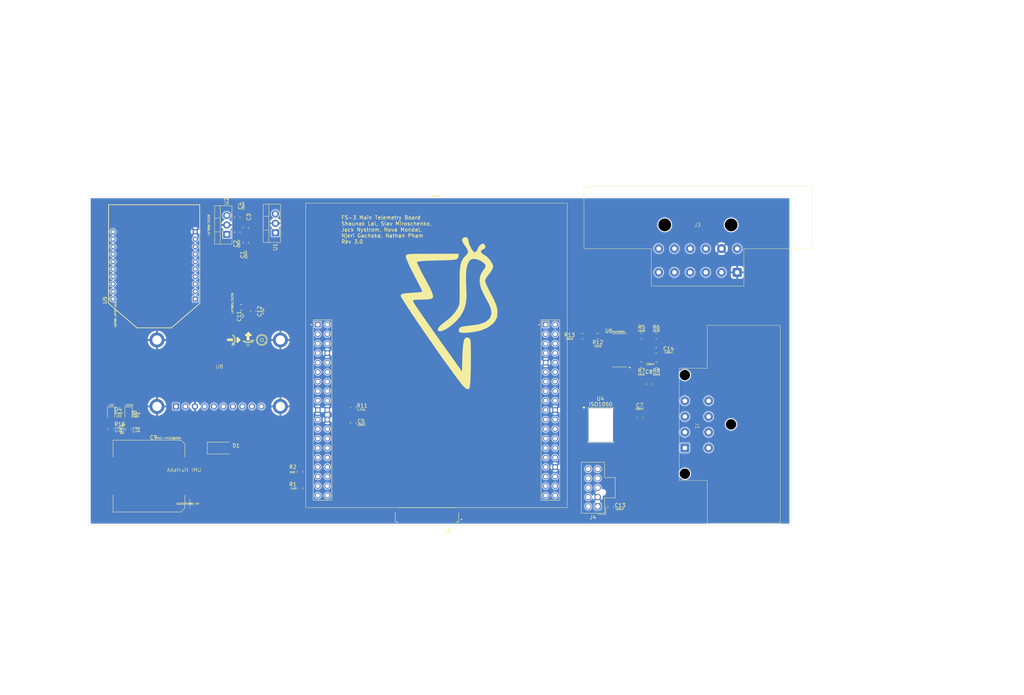
<source format=kicad_pcb>
(kicad_pcb (version 20241229) (generator "pcbnew") (generator_version "9.0")
  (title_block (title "Telemetry Board") (date "2025-02-20") (rev "2.2"))
  (layers (0 "F.Cu" signal) (2 "B.Cu" signal) (13 "F.Paste" user) (15 "B.Paste" user) (5 "F.SilkS" user "F.Silkscreen") (7 "B.SilkS" user "B.Silkscreen") (1 "F.Mask" user) (3 "B.Mask" user) (25 "Edge.Cuts" user))
  (net 0 "")
  (net 1 "GND")
  (net 2 "+12V")
  (net 3 "+5V")
  (net 4 "+9V")
  (net 5 "+3V3")
  (net 6 "Acc Intake Flow Rate")
  (net 7 "Brake Sensor F")
  (net 8 "Brake Sensor B")
  (net 9 "CAN1_H")
  (net 10 "Acc Intake Temp")
  (net 11 "CAN1_L")
  (net 12 "Acc Intake Pressure")
  (net 13 "Steering Sensor")
  (net 14 "Acc Exhaust Temp")
  (net 15 "Brake Sensor F 3V3")
  (net 16 "Brake Sensor R 3V3")
  (net 17 "SD Card Detect T{slash}F")
  (net 18 "CAN1_TX")
  (net 19 "CAN1_RX")
  (net 22 "Net-(U6B--)")
  (net 23 "Net-(U6A--)")
  (net 24 "Steering Sensor 3V3")
  (net 28 "+3.3V")
  (net 35 "IMU GINT")
  (net 36 "IMU LINT1")
  (net 41 "IMU LINT2")
  (net 42 "+12VIN")
  (net 46 "Net-(U3A-PC2)")
  (net 47 "IMU LRDY")
  (net 61 "IMU GRDY")
  (net 67 "SD MOSI2")
  (net 68 "SD CS2")
  (net 69 "SD SCK2")
  (net 70 "SD MISO2")
  (net 71 "INT")
  (net 72 "Dash SCK3")
  (net 73 "Radio SCK1")
  (net 74 "Dash CS3")
  (net 75 "Dash MISO3")
  (net 76 "Radio MISO1")
  (net 77 "Radio ATTN")
  (net 78 "PD")
  (net 79 "Radio CS1")
  (net 83 "Radio Reset")
  (net 84 "Dash MOSI3")
  (net 86 "Radio MOSI1")
  (net 98 "IMU SCL")
  (net 99 "IMU SDA")
  (net 107 "Net-(D3-A)")
  (net 108 "Net-(D4-A)")
  (net 109 "Net-(U6C--)")
  (footprint "LED_SMD:LED_0805_2012Metric_Pad1.15x1.40mm_HandSolder" (layer "F.Cu") (at 40.4552 122.9976 -90)
    (property "Reference" "D4" (at -1.2192 -1.9304 0) (layer "F.SilkS"))
    (property "Value" "QBLP631-R3A")
    (pad "1" smd roundrect (at -1.025 0 270) (size 1.15 1.4) (layers "F.Cu" "F.Mask" "F.Paste") (roundrect_rratio 0.217391) (net 1 "GND"))
    (pad "2" smd roundrect (at 1.025 0 270) (size 1.15 1.4) (layers "F.Cu" "F.Mask" "F.Paste") (roundrect_rratio 0.217391) (net 108 "Net-(D4-A)"))
  )
  (footprint "FS_3_Global_Footprint_Library:Adafruit_E336755_10DoF_IMU" (layer "F.Cu") (at 69.5 111)
    (property "Reference" "U8" (at -0.0444 -0.662 0) (layer "F.SilkS") (effects (font (thickness 0.1))))
    (property "Value" "~")
    (pad "1" thru_hole rect (at -11.668 10 90) (size 1.6764 1.6764) (drill 1) (layers "*.Cu" "*.Mask") (net 3 "+5V"))
    (pad "2" thru_hole circle (at -9.128 10 90) (size 1.6764 1.6764) (drill 1) (layers "*.Cu" "*.Mask"))
    (pad "3" thru_hole circle (at -6.588 10 90) (size 1.6764 1.6764) (drill 1) (layers "*.Cu" "*.Mask") (net 1 "GND"))
    (pad "4" thru_hole circle (at -4.048 10 90) (size 1.6764 1.6764) (drill 1) (layers "*.Cu" "*.Mask") (net 98 "IMU SCL"))
    (pad "5" thru_hole circle (at -1.508 10 90) (size 1.6764 1.6764) (drill 1) (layers "*.Cu" "*.Mask") (net 99 "IMU SDA"))
    (pad "6" thru_hole circle (at 1.032 10 90) (size 1.6764 1.6764) (drill 1) (layers "*.Cu" "*.Mask") (net 35 "IMU GINT"))
    (pad "7" thru_hole circle (at 3.572 10 90) (size 1.6764 1.6764) (drill 1) (layers "*.Cu" "*.Mask") (net 61 "IMU GRDY"))
    (pad "8" thru_hole circle (at 6.112 10 90) (size 1.6764 1.6764) (drill 1) (layers "*.Cu" "*.Mask") (net 36 "IMU LINT1"))
    (pad "9" thru_hole circle (at 8.652 10 90) (size 1.6764 1.6764) (drill 1) (layers "*.Cu" "*.Mask") (net 41 "IMU LINT2"))
    (pad "10" thru_hole circle (at 11.192 10 90) (size 1.6764 1.6764) (drill 1) (layers "*.Cu" "*.Mask") (net 47 "IMU LRDY"))
    (pad "GND" thru_hole circle (at -16.748 -7.78) (size 4 4) (drill 2.5) (layers "*.Cu" "*.Mask") (net 1 "GND"))
    (pad "GND" thru_hole circle (at -16.748 10) (size 4 4) (drill 2.5) (layers "*.Cu" "*.Mask") (net 1 "GND"))
    (pad "GND" thru_hole circle (at 16.272 -7.78) (size 4 4) (drill 2.5) (layers "*.Cu" "*.Mask") (net 1 "GND"))
    (pad "GND" thru_hole circle (at 16.272 10) (size 4 4) (drill 2.5) (layers "*.Cu" "*.Mask") (net 1 "GND"))
  )
  (footprint "Resistor_SMD:R_0805_2012Metric_Pad1.20x1.40mm_HandSolder" (layer "F.Cu") (at 170.6438 102.19 180)
    (property "Reference" "R12" (at -0.0508 -1.65 0) (layer "F.SilkS"))
    (property "Value" "10k")
    (pad "1" smd roundrect (at -1 0 180) (size 1.2 1.4) (layers "F.Cu" "F.Mask" "F.Paste") (roundrect_rratio 0.208333) (net 109 "Net-(U6C--)"))
    (pad "2" smd roundrect (at 1 0 180) (size 1.2 1.4) (layers "F.Cu" "F.Mask" "F.Paste") (roundrect_rratio 0.208333) (net 24 "Steering Sensor 3V3"))
  )
  (footprint "Resistor_SMD:R_0805_2012Metric_Pad1.20x1.40mm_HandSolder" (layer "F.Cu") (at 40.4044 127.0108 90)
    (property "Reference" "R15" (at 1.27 2.3876 180) (layer "F.SilkS"))
    (property "Value" "470R 1/4W")
    (pad "1" smd roundrect (at -1 0 90) (size 1.2 1.4) (layers "F.Cu" "F.Mask" "F.Paste") (roundrect_rratio 0.208333) (net 2 "+12V"))
    (pad "2" smd roundrect (at 1 0 90) (size 1.2 1.4) (layers "F.Cu" "F.Mask" "F.Paste") (roundrect_rratio 0.208333) (net 108 "Net-(D4-A)"))
  )
  (footprint "Resistor_SMD:R_0805_2012Metric_Pad1.20x1.40mm_HandSolder" (layer "F.Cu") (at 45.1288 127.0616 90)
    (property "Reference" "R14" (at 0 -1.65 90) (layer "F.SilkS"))
    (property "Value" "470R 1/4W")
    (pad "1" smd roundrect (at -1 0 90) (size 1.2 1.4) (layers "F.Cu" "F.Mask" "F.Paste") (roundrect_rratio 0.208333) (net 42 "+12VIN"))
    (pad "2" smd roundrect (at 1 0 90) (size 1.2 1.4) (layers "F.Cu" "F.Mask" "F.Paste") (roundrect_rratio 0.208333) (net 107 "Net-(D3-A)"))
  )
  (footprint "Resistor_SMD:R_0805_2012Metric_Pad1.20x1.40mm_HandSolder" (layer "F.Cu") (at 186.3918 109.81 180)
    (property "Reference" "R8" (at 0 -1.5748 0) (layer "F.SilkS"))
    (property "Value" "20k")
    (pad "1" smd roundrect (at -1 0 180) (size 1.2 1.4) (layers "F.Cu" "F.Mask" "F.Paste") (roundrect_rratio 0.208333) (net 1 "GND"))
    (pad "2" smd roundrect (at 1 0 180) (size 1.2 1.4) (layers "F.Cu" "F.Mask" "F.Paste") (roundrect_rratio 0.208333) (net 15 "Brake Sensor F 3V3"))
  )
  (footprint "Resistor_SMD:R_0805_2012Metric_Pad1.20x1.40mm_HandSolder" (layer "F.Cu") (at 186.341 102.19 180)
    (property "Reference" "R6" (at 0 2.3876 0) (layer "F.SilkS"))
    (property "Value" "20k")
    (pad "1" smd roundrect (at -1 0 180) (size 1.2 1.4) (layers "F.Cu" "F.Mask" "F.Paste") (roundrect_rratio 0.208333) (net 1 "GND"))
    (pad "2" smd roundrect (at 1 0 180) (size 1.2 1.4) (layers "F.Cu" "F.Mask" "F.Paste") (roundrect_rratio 0.208333) (net 16 "Brake Sensor R 3V3"))
  )
  (footprint "Capacitor_SMD:C_0805_2012Metric_Pad1.18x1.45mm_HandSolder" (layer "F.Cu") (at 182 124 -90)
    (property "Reference" "C7" (hide yes))
    (property "Value" "100nf")
    (pad "1" smd roundrect (at -1.0375 0 270) (size 1.175 1.45) (layers "F.Cu" "F.Mask" "F.Paste") (roundrect_rratio 0.212766) (net 1 "GND"))
    (pad "2" smd roundrect (at 1.0375 0 270) (size 1.175 1.45) (layers "F.Cu" "F.Mask" "F.Paste") (roundrect_rratio 0.212766) (net 3 "+5V"))
  )
  (footprint "Resistor_SMD:R_0805_2012Metric_Pad1.20x1.40mm_HandSolder" (layer "F.Cu") (at 166.5798 102.19)
    (property "Reference" "R13" (at -3.4544 -0.3048 0) (layer "F.SilkS"))
    (property "Value" "20k")
    (pad "1" smd roundrect (at -1 0) (size 1.2 1.4) (layers "F.Cu" "F.Mask" "F.Paste") (roundrect_rratio 0.208333) (net 1 "GND"))
    (pad "2" smd roundrect (at 1 0) (size 1.2 1.4) (layers "F.Cu" "F.Mask" "F.Paste") (roundrect_rratio 0.208333) (net 24 "Steering Sensor 3V3"))
  )
  (footprint "FS_3_Global_Footprint_Library:XBP9B-DPST-001" (layer "F.Cu") (at 52 83.5 180)
    (property "Reference" "U5" (at 13.1572 -9.0932 90) (layer "F.SilkS") (effects (font (size 1.003055 1.003055))))
    (property "Value" "XBP9B-DPST-001")
    (pad "1" thru_hole rect (at -11 -8.75 180) (size 1.4 1.4) (drill 0.8) (layers "*.Cu" "*.Mask") (net 5 "+3V3"))
    (pad "2" thru_hole circle (at -11 -6.75 180) (size 1.4 1.4) (drill 0.8) (layers "*.Cu" "*.Mask"))
    (pad "3" thru_hole circle (at -11 -4.75 180) (size 1.4 1.4) (drill 0.8) (layers "*.Cu" "*.Mask"))
    (pad "4" thru_hole circle (at -11 -2.75 180) (size 1.4 1.4) (drill 0.8) (layers "*.Cu" "*.Mask") (net 76 "Radio MISO1"))
    (pad "5" thru_hole circle (at -11 -0.75 180) (size 1.4 1.4) (drill 0.8) (layers "*.Cu" "*.Mask") (net 83 "Radio Reset"))
    (pad "6" thru_hole circle (at -11 1.25 180) (size 1.4 1.4) (drill 0.8) (layers "*.Cu" "*.Mask"))
    (pad "7" thru_hole circle (at -11 3.25 180) (size 1.4 1.4) (drill 0.8) (layers "*.Cu" "*.Mask"))
    (pad "8" thru_hole circle (at -11 5.25 180) (size 1.4 1.4) (drill 0.8) (layers "*.Cu" "*.Mask"))
    (pad "9" thru_hole circle (at -11 7.25 180) (size 1.4 1.4) (drill 0.8) (layers "*.Cu" "*.Mask"))
    (pad "10" thru_hole circle (at -11 9.25 180) (size 1.4 1.4) (drill 0.8) (layers "*.Cu" "*.Mask") (net 1 "GND"))
    (pad "11" thru_hole circle (at 11 9.25 180) (size 1.4 1.4) (drill 0.8) (layers "*.Cu" "*.Mask") (net 86 "Radio MOSI1"))
    (pad "12" thru_hole circle (at 11 7.25 180) (size 1.4 1.4) (drill 0.8) (layers "*.Cu" "*.Mask"))
    (pad "13" thru_hole circle (at 11 5.25 180) (size 1.4 1.4) (drill 0.8) (layers "*.Cu" "*.Mask"))
    (pad "14" thru_hole circle (at 11 3.25 180) (size 1.4 1.4) (drill 0.8) (layers "*.Cu" "*.Mask"))
    (pad "15" thru_hole circle (at 11 1.25 180) (size 1.4 1.4) (drill 0.8) (layers "*.Cu" "*.Mask"))
    (pad "16" thru_hole circle (at 11 -0.75 180) (size 1.4 1.4) (drill 0.8) (layers "*.Cu" "*.Mask"))
    (pad "17" thru_hole circle (at 11 -2.75 180) (size 1.4 1.4) (drill 0.8) (layers "*.Cu" "*.Mask") (net 79 "Radio CS1"))
    (pad "18" thru_hole circle (at 11 -4.75 180) (size 1.4 1.4) (drill 0.8) (layers "*.Cu" "*.Mask") (net 73 "Radio SCK1"))
    (pad "19" thru_hole circle (at 11 -6.75 180) (size 1.4 1.4) (drill 0.8) (layers "*.Cu" "*.Mask") (net 77 "Radio ATTN"))
    (pad "20" thru_hole circle (at 11 -8.75 180) (size 1.4 1.4) (drill 0.8) (layers "*.Cu" "*.Mask"))
  )
  (footprint "Capacitor_SMD:C_0805_2012Metric_Pad1.18x1.45mm_HandSolder" (layer "F.Cu") (at 74.2328 70.3935 -90)
    (property "Reference" "C4" (at -3.0275 -0.7904 90) (layer "F.SilkS"))
    (property "Value" "100nf")
    (pad "1" smd roundrect (at -1.0375 0 270) (size 1.175 1.45) (layers "F.Cu" "F.Mask" "F.Paste") (roundrect_rratio 0.212766) (net 4 "+9V"))
    (pad "2" smd roundrect (at 1.0375 0 270) (size 1.175 1.45) (layers "F.Cu" "F.Mask" "F.Paste") (roundrect_rratio 0.212766) (net 1 "GND"))
  )
  (footprint "Capacitor_SMD:C_0805_2012Metric_Pad1.18x1.45mm_HandSolder" (layer "F.Cu") (at 78.5 95.5375 -90)
    (property "Reference" "C12" (at 0 -1.68 90) (layer "F.SilkS"))
    (property "Value" "47 pF")
    (pad "1" smd roundrect (at -1.0375 0 270) (size 1.175 1.45) (layers "F.Cu" "F.Mask" "F.Paste") (roundrect_rratio 0.212766) (net 5 "+3V3"))
    (pad "2" smd roundrect (at 1.0375 0 270) (size 1.175 1.45) (layers "F.Cu" "F.Mask" "F.Paste") (roundrect_rratio 0.212766) (net 1 "GND"))
  )
  (footprint "Capacitor_SMD:C_0805_2012Metric_Pad1.18x1.45mm_HandSolder" (layer "F.Cu") (at 75.2996 94.5215 180)
    (property "Reference" "C11" (at 0.5588 -2.3368 90) (layer "F.SilkS"))
    (property "Value" "1.0 uF")
    (pad "1" smd roundrect (at -1.0375 0 180) (size 1.175 1.45) (layers "F.Cu" "F.Mask" "F.Paste") (roundrect_rratio 0.212766) (net 5 "+3V3"))
    (pad "2" smd roundrect (at 1.0375 0 180) (size 1.175 1.45) (layers "F.Cu" "F.Mask" "F.Paste") (roundrect_rratio 0.212766) (net 1 "GND"))
  )
  (footprint "FS_3_Global_Footprint_Library:ATM13-12PA-BM03" (layer "F.Cu") (at 177 68.775)
    (property "Reference" "J3" (at 20.395 3.67 0) (layer "F.SilkS") (effects (font (thickness 0.1))))
    (property "Value" "12 pin ATM connector" (hide yes))
    (pad "" np_thru_hole circle (at 11.61 3.65) (size 3.43 3.43) (drill 3.43) (layers "*.Mask"))
    (pad "" np_thru_hole circle (at 29.39 3.65) (size 3.43 3.43) (drill 3.43) (layers "*.Mask"))
    (pad "1" thru_hole roundrect (at 31 16.35) (size 2.4 2.4) (drill 1.2) (layers "*.Cu" "*.Mask") (roundrect_rratio 0.1041666667) (net 1 "GND"))
    (pad "2" thru_hole circle (at 26.8 16.35) (size 2.4 2.4) (drill 1.2) (layers "*.Cu" "*.Mask") (net 42 "+12VIN"))
    (pad "3" thru_hole circle (at 22.6 16.35) (size 2.4 2.4) (drill 1.2) (layers "*.Cu" "*.Mask") (net 5 "+3V3"))
    (pad "4" thru_hole circle (at 18.4 16.35) (size 2.4 2.4) (drill 1.2) (layers "*.Cu" "*.Mask") (net 13 "Steering Sensor"))
    (pad "5" thru_hole circle (at 14.2 16.35) (size 2.4 2.4) (drill 1.2) (layers "*.Cu" "*.Mask") (net 7 "Brake Sensor F"))
    (pad "6" thru_hole circle (at 10 16.35) (size 2.4 2.4) (drill 1.2) (layers "*.Cu" "*.Mask") (net 8 "Brake Sensor B"))
    (pad "7" thru_hole circle (at 10 10) (size 2.4 2.4) (drill 1.2) (layers "*.Cu" "*.Mask") (net 10 "Acc Intake Temp"))
    (pad "8" thru_hole circle (at 14.2 10) (size 2.4 2.4) (drill 1.2) (layers "*.Cu" "*.Mask") (net 14 "Acc Exhaust Temp"))
    (pad "9" thru_hole circle (at 18.4 10) (size 2.4 2.4) (drill 1.2) (layers "*.Cu" "*.Mask") (net 12 "Acc Intake Pressure"))
    (pad "10" thru_hole circle (at 22.6 10) (size 2.4 2.4) (drill 1.2) (layers "*.Cu" "*.Mask") (net 6 "Acc Intake Flow Rate"))
    (pad "11" thru_hole circle (at 26.8 10) (size 2.4 2.4) (drill 1.2) (layers "*.Cu" "*.Mask") (net 1 "GND"))
    (pad "12" thru_hole circle (at 31 10) (size 2.4 2.4) (drill 1.2) (layers "*.Cu" "*.Mask"))
  )
  (footprint "Package_SO:SOIC-14_3.9x8.7mm_P1.27mm" (layer "F.Cu") (at 176.5 106 180)
    (property "Reference" "U6" (at 2.859 5.2324 0) (layer "F.SilkS"))
    (property "Value" "MCP6004" (hide yes))
    (pad "1" smd roundrect (at -2.475 -3.81 180) (size 1.95 0.6) (layers "F.Cu" "F.Mask" "F.Paste") (net 23 "Net-(U6A--)"))
    (pad "2" smd roundrect (at -2.475 -2.54 180) (size 1.95 0.6) (layers "F.Cu" "F.Mask" "F.Paste") (net 23 "Net-(U6A--)"))
    (pad "3" smd roundrect (at -2.475 -1.27 180) (size 1.95 0.6) (layers "F.Cu" "F.Mask" "F.Paste") (net 7 "Brake Sensor F"))
    (pad "4" smd roundrect (at -2.475 0 180) (size 1.95 0.6) (layers "F.Cu" "F.Mask" "F.Paste") (net 3 "+5V"))
    (pad "5" smd roundrect (at -2.475 1.27 180) (size 1.95 0.6) (layers "F.Cu" "F.Mask" "F.Paste") (net 8 "Brake Sensor B"))
    (pad "6" smd roundrect (at -2.475 2.54 180) (size 1.95 0.6) (layers "F.Cu" "F.Mask" "F.Paste") (net 22 "Net-(U6B--)"))
    (pad "7" smd roundrect (at -2.475 3.81 180) (size 1.95 0.6) (layers "F.Cu" "F.Mask" "F.Paste") (net 22 "Net-(U6B--)"))
    (pad "8" smd roundrect (at 2.475 3.81 180) (size 1.95 0.6) (layers "F.Cu" "F.Mask" "F.Paste") (net 109 "Net-(U6C--)"))
    (pad "9" smd roundrect (at 2.475 2.54 180) (size 1.95 0.6) (layers "F.Cu" "F.Mask" "F.Paste") (net 109 "Net-(U6C--)"))
    (pad "10" smd roundrect (at 2.475 1.27 180) (size 1.95 0.6) (layers "F.Cu" "F.Mask" "F.Paste") (net 13 "Steering Sensor"))
    (pad "11" smd roundrect (at 2.475 0 180) (size 1.95 0.6) (layers "F.Cu" "F.Mask" "F.Paste") (net 1 "GND"))
    (pad "12" smd roundrect (at 2.475 -1.27 180) (size 1.95 0.6) (layers "F.Cu" "F.Mask" "F.Paste"))
    (pad "13" smd roundrect (at 2.475 -2.54 180) (size 1.95 0.6) (layers "F.Cu" "F.Mask" "F.Paste"))
    (pad "14" smd roundrect (at 2.475 -3.81 180) (size 1.95 0.6) (layers "F.Cu" "F.Mask" "F.Paste"))
  )
  (footprint "Resistor_SMD:R_0805_2012Metric_Pad1.20x1.40mm_HandSolder" (layer "F.Cu") (at 91.0336 142.9512 90)
    (property "Reference" "R1" (at 1.1176 -1.9304 180) (layer "F.SilkS"))
    (property "Value" "1 kΩ")
    (pad "1" smd roundrect (at -1 0 90) (size 1.2 1.4) (layers "F.Cu" "F.Mask" "F.Paste") (roundrect_rratio 0.208333) (net 1 "GND"))
    (pad "2" smd roundrect (at 1 0 90) (size 1.2 1.4) (layers "F.Cu" "F.Mask" "F.Paste") (roundrect_rratio 0.208333) (net 46 "Net-(U3A-PC2)"))
  )
  (footprint "Package_TO_SOT_THT:TO-220-3_Vertical" (layer "F.Cu") (at 84.445 74.54 90)
    (property "Reference" "U1" (at -3.7888 -0.0466 90) (layer "F.SilkS"))
    (property "Value" "LM7805_TO220" (hide yes))
    (pad "1" thru_hole rect (at 0 0 90) (size 1.905 2) (drill 1.1) (layers "*.Cu" "*.Mask") (net 2 "+12V"))
    (pad "2" thru_hole oval (at 2.54 0 90) (size 1.905 2) (drill 1.1) (layers "*.Cu" "*.Mask") (net 1 "GND"))
    (pad "3" thru_hole oval (at 5.08 0 90) (size 1.905 2) (drill 1.1) (layers "*.Cu" "*.Mask") (net 3 "+5V"))
  )
  (footprint "Resistor_SMD:R_0805_2012Metric" (layer "F.Cu") (at 105.283 121.285 -90)
    (property "Reference" "R11" (at -0.4826 -2.3622 180) (layer "F.SilkS"))
    (property "Value" "4.7k")
    (pad "1" smd roundrect (at -0.9125 0 270) (size 1.025 1.4) (layers "F.Cu" "F.Mask" "F.Paste") (roundrect_rratio 0.243902) (net 5 "+3V3"))
    (pad "2" smd roundrect (at 0.9125 0 270) (size 1.025 1.4) (layers "F.Cu" "F.Mask" "F.Paste") (roundrect_rratio 0.243902) (net 71 "INT"))
  )
  (footprint "Package_TO_SOT_THT:TO-220-3_Vertical" (layer "F.Cu") (at 71.4418 74.986 90)
    (property "Reference" "U2" (at 8.89 -0.0508 90) (layer "F.SilkS"))
    (property "Value" "LM7809_TO220" (hide yes))
    (pad "1" thru_hole rect (at 0 0 90) (size 1.905 2) (drill 1.1) (layers "*.Cu" "*.Mask") (net 2 "+12V"))
    (pad "2" thru_hole oval (at 2.54 0 90) (size 1.905 2) (drill 1.1) (layers "*.Cu" "*.Mask") (net 1 "GND"))
    (pad "3" thru_hole oval (at 5.08 0 90) (size 1.905 2) (drill 1.1) (layers "*.Cu" "*.Mask") (net 4 "+9V"))
  )
  (footprint "FS_3_Global_Footprint_Library:ATM13-8PA-BM03" (layer "F.Cu") (at 192.5 110.8 -90)
    (property "Reference" "J1" (at 15.367 -4.826 270) (layer "F.SilkS") (effects (font (thickness 0.1))))
    (property "Value" "8 pin ATM connector" (hide yes))
    (pad "" np_thru_hole circle (at 1.8 -1.5 270) (size 2.79 2.79) (drill 2.79) (layers "*.Mask"))
    (pad "" np_thru_hole circle (at 15 -13.85 270) (size 2.79 2.79) (drill 2.79) (layers "*.Mask"))
    (pad "" np_thru_hole circle (at 28.2 -1.5 270) (size 2.79 2.79) (drill 2.79) (layers "*.Mask"))
    (pad "1" thru_hole roundrect (at 21.3 -1.5 270) (size 2.4 2.4) (drill 1.2) (layers "*.Cu" "*.Mask") (roundrect_rratio 0.1041666667) (net 11 "CAN1_L"))
    (pad "2" thru_hole circle (at 17.1 -1.5 270) (size 2.4 2.4) (drill 1.2) (layers "*.Cu" "*.Mask") (net 11 "CAN1_L"))
    (pad "3" thru_hole circle (at 12.9 -1.5 270) (size 2.4 2.4) (drill 1.2) (layers "*.Cu" "*.Mask") (net 9 "CAN1_H"))
    (pad "4" thru_hole circle (at 8.7 -1.5 270) (size 2.4 2.4) (drill 1.2) (layers "*.Cu" "*.Mask") (net 9 "CAN1_H"))
    (pad "5" thru_hole circle (at 8.7 -7.85 270) (size 2.4 2.4) (drill 1.2) (layers "*.Cu" "*.Mask"))
    (pad "6" thru_hole circle (at 12.9 -7.85 270) (size 2.4 2.4) (drill 1.2) (layers "*.Cu" "*.Mask"))
    (pad "7" thru_hole circle (at 17.1 -7.85 270) (size 2.4 2.4) (drill 1.2) (layers "*.Cu" "*.Mask"))
    (pad "8" thru_hole circle (at 21.3 -7.85 270) (size 2.4 2.4) (drill 1.2) (layers "*.Cu" "*.Mask"))
  )
  (footprint "Resistor_SMD:R_0805_2012Metric_Pad1.20x1.40mm_HandSolder" (layer "F.Cu") (at 182.3786 109.81)
    (property "Reference" "R7" (at 0 1.6256 0) (layer "F.SilkS"))
    (property "Value" "10k")
    (pad "1" smd roundrect (at -1 0) (size 1.2 1.4) (layers "F.Cu" "F.Mask" "F.Paste") (roundrect_rratio 0.208333) (net 23 "Net-(U6A--)"))
    (pad "2" smd roundrect (at 1 0) (size 1.2 1.4) (layers "F.Cu" "F.Mask" "F.Paste") (roundrect_rratio 0.208333) (net 15 "Brake Sensor F 3V3"))
  )
  (footprint "Capacitor_SMD:C_0805_2012Metric_Pad1.18x1.45mm_HandSolder" (layer "F.Cu") (at 184.5 115 -90)
    (property "Reference" "C8" (at -3.2766 0.1016 180) (layer "F.SilkS"))
    (property "Value" "100nf")
    (pad "1" smd roundrect (at -1.0375 0 270) (size 1.175 1.45) (layers "F.Cu" "F.Mask" "F.Paste") (roundrect_rratio 0.212766) (net 1 "GND"))
    (pad "2" smd roundrect (at 1.0375 0 270) (size 1.175 1.45) (layers "F.Cu" "F.Mask" "F.Paste") (roundrect_rratio 0.212766) (net 5 "+3V3"))
  )
  (footprint "Capacitor_SMD:C_0805_2012Metric_Pad1.18x1.45mm_HandSolder" (layer "F.Cu") (at 76.5218 73.16 -90)
    (property "Reference" "C3" (at -2.8476 -0.7874 90) (layer "F.SilkS"))
    (property "Value" "100nf" (hide yes))
    (pad "1" smd roundrect (at -1.0375 0 270) (size 1.175 1.45) (layers "F.Cu" "F.Mask" "F.Paste") (roundrect_rratio 0.212766) (net 3 "+5V"))
    (pad "2" smd roundrect (at 1.0375 0 270) (size 1.175 1.45) (layers "F.Cu" "F.Mask" "F.Paste") (roundrect_rratio 0.212766) (net 1 "GND"))
  )
  (footprint "Capacitor_SMD:C_0805_2012Metric_Pad1.18x1.45mm_HandSolder" (layer "F.Cu") (at 76.5218 77.16 90)
    (property "Reference" "C1" (at -3.2108 -0.889 90) (layer "F.SilkS"))
    (property "Value" "330nf")
    (pad "1" smd roundrect (at -1.0375 0 90) (size 1.175 1.45) (layers "F.Cu" "F.Mask" "F.Paste") (roundrect_rratio 0.212766) (net 2 "+12V"))
    (pad "2" smd roundrect (at 1.0375 0 90) (size 1.175 1.45) (layers "F.Cu" "F.Mask" "F.Paste") (roundrect_rratio 0.212766) (net 1 "GND"))
  )
  (footprint "LED_SMD:LED_0805_2012Metric_Pad1.15x1.40mm_HandSolder" (layer "F.Cu") (at 45.1288 122.9976 -90)
    (property "Reference" "D3" (at 0 -1.65 90) (layer "F.SilkS"))
    (property "Value" "QBLP631-R3A")
    (pad "1" smd roundrect (at -1.025 0 270) (size 1.15 1.4) (layers "F.Cu" "F.Mask" "F.Paste") (roundrect_rratio 0.217391) (net 1 "GND"))
    (pad "2" smd roundrect (at 1.025 0 270) (size 1.15 1.4) (layers "F.Cu" "F.Mask" "F.Paste") (roundrect_rratio 0.217391) (net 107 "Net-(D3-A)"))
  )
  (footprint "Resistor_SMD:R_0805_2012Metric_Pad1.20x1.40mm_HandSolder" (layer "F.Cu") (at 91.0336 138.43 90)
    (property "Reference" "R2" (at 1.2192 -1.9304 180) (layer "F.SilkS"))
    (property "Value" "3 kΩ")
    (pad "1" smd roundrect (at -1 0 90) (size 1.2 1.4) (layers "F.Cu" "F.Mask" "F.Paste") (roundrect_rratio 0.208333) (net 46 "Net-(U3A-PC2)"))
    (pad "2" smd roundrect (at 1 0 90) (size 1.2 1.4) (layers "F.Cu" "F.Mask" "F.Paste") (roundrect_rratio 0.208333) (net 42 "+12VIN"))
  )
  (footprint "Capacitor_SMD:C_0805_2012Metric_Pad1.18x1.45mm_HandSolder" (layer "F.Cu") (at 105.25 125.4625 90)
    (property "Reference" "C5" (at 0.4945 2.1412 180) (layer "F.SilkS"))
    (property "Value" "100nf")
    (pad "1" smd roundrect (at -1.0375 0 90) (size 1.175 1.45) (layers "F.Cu" "F.Mask" "F.Paste") (roundrect_rratio 0.212766) (net 4 "+9V"))
    (pad "2" smd roundrect (at 1.0375 0 90) (size 1.175 1.45) (layers "F.Cu" "F.Mask" "F.Paste") (roundrect_rratio 0.212766) (net 1 "GND"))
  )
  (footprint "Capacitor_SMD:C_0805_2012Metric_Pad1.18x1.45mm_HandSolder" (layer "F.Cu") (at 174.16 148 90)
    (property "Reference" "C13" (at 0.5244 2.4912 180) (layer "F.SilkS"))
    (property "Value" "100nf")
    (pad "1" smd roundrect (at -1.0375 0 90) (size 1.175 1.45) (layers "F.Cu" "F.Mask" "F.Paste") (roundrect_rratio 0.212766) (net 5 "+3V3"))
    (pad "2" smd roundrect (at 1.0375 0 90) (size 1.175 1.45) (layers "F.Cu" "F.Mask" "F.Paste") (roundrect_rratio 0.212766) (net 1 "GND"))
  )
  (footprint "Capacitor_SMD:C_0805_2012Metric_Pad1.18x1.45mm_HandSolder" (layer "F.Cu") (at 74.2328 74.3935 90)
    (property "Reference" "C2" (at -3.0817 -0.4288 90) (layer "F.SilkS"))
    (property "Value" "330nf")
    (pad "1" smd roundrect (at -1.0375 0 90) (size 1.175 1.45) (layers "F.Cu" "F.Mask" "F.Paste") (roundrect_rratio 0.212766) (net 2 "+12V"))
    (pad "2" smd roundrect (at 1.0375 0 90) (size 1.175 1.45) (layers "F.Cu" "F.Mask" "F.Paste") (roundrect_rratio 0.212766) (net 1 "GND"))
  )
  (footprint "Diode_SMD:D_2010_5025Metric_Pad1.52x2.65mm_HandSolder" (layer "F.Cu") (at 69.6033 132.1346)
    (property "Reference" "D1" (at 4.3291 -0.6534 0) (layer "F.SilkS"))
    (property "Value" "ACGRAT105L-HF")
    (pad "1" smd roundrect (at -2.3375 0) (size 1.525 2.65) (layers "F.Cu" "F.Mask" "F.Paste") (roundrect_rratio 0.163934) (net 2 "+12V"))
    (pad "2" smd roundrect (at 2.3375 0) (size 1.525 2.65) (layers "F.Cu" "F.Mask" "F.Paste") (roundrect_rratio 0.163934) (net 42 "+12VIN"))
  )
  (footprint "FS_3_Global_Footprint_Library:NUCLEO-F446RE" (layer "F.Cu") (at 127.54 108.62)
    (property "Reference" "U3" (hide yes))
    (property "Value" "NUCLEO-F446RE" (hide yes))
    (pad "CN7_1" thru_hole rect (at -31.75 -9.51) (size 1.53 1.53) (drill 1.02) (layers "*.Cu" "*.Mask") (net 72 "Dash SCK3"))
    (pad "CN7_2" thru_hole circle (at -29.21 -9.51) (size 1.53 1.53) (drill 1.02) (layers "*.Cu" "*.Mask") (net 75 "Dash MISO3"))
    (pad "CN7_3" thru_hole circle (at -31.75 -6.97) (size 1.53 1.53) (drill 1.02) (layers "*.Cu" "*.Mask") (net 84 "Dash MOSI3"))
    (pad "CN7_4" thru_hole circle (at -29.21 -6.97) (size 1.53 1.53) (drill 1.02) (layers "*.Cu" "*.Mask") (net 74 "Dash CS3"))
    (pad "CN7_5" thru_hole circle (at -31.75 -4.43) (size 1.53 1.53) (drill 1.02) (layers "*.Cu" "*.Mask") (net 5 "+3V3"))
    (pad "CN7_6" thru_hole circle (at -29.21 -4.43) (size 1.53 1.53) (drill 1.02) (layers "*.Cu" "*.Mask"))
    (pad "CN7_7" thru_hole circle (at -31.75 -1.89) (size 1.53 1.53) (drill 1.02) (layers "*.Cu" "*.Mask"))
    (pad "CN7_8" thru_hole circle (at -29.21 -1.89) (size 1.53 1.53) (drill 1.02) (layers "*.Cu" "*.Mask") (net 1 "GND"))
    (pad "CN7_9" thru_hole circle (at -31.75 0.65) (size 1.53 1.53) (drill 1.02) (layers "*.Cu" "*.Mask"))
    (pad "CN7_10" thru_hole circle (at -29.21 0.65) (size 1.53 1.53) (drill 1.02) (layers "*.Cu" "*.Mask"))
    (pad "CN7_11" thru_hole circle (at -31.75 3.19) (size 1.53 1.53) (drill 1.02) (layers "*.Cu" "*.Mask"))
    (pad "CN7_12" thru_hole circle (at -29.21 3.19) (size 1.53 1.53) (drill 1.02) (layers "*.Cu" "*.Mask"))
    (pad "CN7_13" thru_hole circle (at -31.75 5.73) (size 1.53 1.53) (drill 1.02) (layers "*.Cu" "*.Mask") (net 47 "IMU LRDY"))
    (pad "CN7_14" thru_hole circle (at -29.21 5.73) (size 1.53 1.53) (drill 1.02) (layers "*.Cu" "*.Mask"))
    (pad "CN7_15" thru_hole circle (at -31.75 8.27) (size 1.53 1.53) (drill 1.02) (layers "*.Cu" "*.Mask") (net 41 "IMU LINT2"))
    (pad "CN7_16" thru_hole circle (at -29.21 8.27) (size 1.53 1.53) (drill 1.02) (layers "*.Cu" "*.Mask") (net 5 "+3V3"))
    (pad "CN7_17" thru_hole circle (at -31.75 10.81) (size 1.53 1.53) (drill 1.02) (layers "*.Cu" "*.Mask") (net 36 "IMU LINT1"))
    (pad "CN7_18" thru_hole circle (at -29.21 10.81) (size 1.53 1.53) (drill 1.02) (layers "*.Cu" "*.Mask"))
    (pad "CN7_19" thru_hole circle (at -31.75 13.35) (size 1.53 1.53) (drill 1.02) (layers "*.Cu" "*.Mask") (net 1 "GND"))
    (pad "CN7_20" thru_hole circle (at -29.21 13.35) (size 1.53 1.53) (drill 1.02) (layers "*.Cu" "*.Mask") (net 1 "GND"))
    (pad "CN7_21" thru_hole circle (at -31.75 15.89) (size 1.53 1.53) (drill 1.02) (layers "*.Cu" "*.Mask") (net 78 "PD"))
    (pad "CN7_22" thru_hole circle (at -29.21 15.89) (size 1.53 1.53) (drill 1.02) (layers "*.Cu" "*.Mask") (net 1 "GND"))
    (pad "CN7_23" thru_hole circle (at -31.75 18.43) (size 1.53 1.53) (drill 1.02) (layers "*.Cu" "*.Mask") (net 71 "INT"))
    (pad "CN7_24" thru_hole circle (at -29.21 18.43) (size 1.53 1.53) (drill 1.02) (layers "*.Cu" "*.Mask") (net 4 "+9V"))
    (pad "CN7_25" thru_hole circle (at -31.75 20.97) (size 1.53 1.53) (drill 1.02) (layers "*.Cu" "*.Mask"))
    (pad "CN7_26" thru_hole circle (at -29.21 20.97) (size 1.53 1.53) (drill 1.02) (layers "*.Cu" "*.Mask"))
    (pad "CN7_27" thru_hole circle (at -31.75 23.51) (size 1.53 1.53) (drill 1.02) (layers "*.Cu" "*.Mask"))
    (pad "CN7_28" thru_hole circle (at -29.21 23.51) (size 1.53 1.53) (drill 1.02) (layers "*.Cu" "*.Mask") (net 6 "Acc Intake Flow Rate"))
    (pad "CN7_29" thru_hole circle (at -31.75 26.05) (size 1.53 1.53) (drill 1.02) (layers "*.Cu" "*.Mask") (net 61 "IMU GRDY"))
    (pad "CN7_30" thru_hole circle (at -29.21 26.05) (size 1.53 1.53) (drill 1.02) (layers "*.Cu" "*.Mask") (net 12 "Acc Intake Pressure"))
    (pad "CN7_31" thru_hole circle (at -31.75 28.59) (size 1.53 1.53) (drill 1.02) (layers "*.Cu" "*.Mask") (net 35 "IMU GINT"))
    (pad "CN7_32" thru_hole circle (at -29.21 28.59) (size 1.53 1.53) (drill 1.02) (layers "*.Cu" "*.Mask") (net 14 "Acc Exhaust Temp"))
    (pad "CN7_33" thru_hole circle (at -31.75 31.13) (size 1.53 1.53) (drill 1.02) (layers "*.Cu" "*.Mask"))
    (pad "CN7_34" thru_hole circle (at -29.21 31.13) (size 1.53 1.53) (drill 1.02) (layers "*.Cu" "*.Mask") (net 10 "Acc Intake Temp"))
    (pad "CN7_35" thru_hole circle (at -31.75 33.67) (size 1.53 1.53) (drill 1.02) (layers "*.Cu" "*.Mask") (net 46 "Net-(U3A-PC2)"))
    (pad "CN7_36" thru_hole circle (at -29.21 33.67) (size 1.53 1.53) (drill 1.02) (layers "*.Cu" "*.Mask") (net 15 "Brake Sensor F 3V3"))
    (pad "CN7_37" thru_hole circle (at -31.75 36.21) (size 1.53 1.53) (drill 1.02) (layers "*.Cu" "*.Mask"))
    (pad "CN7_38" thru_hole circle (at -29.21 36.21) (size 1.53 1.53) (drill 1.02) (layers "*.Cu" "*.Mask") (net 16 "Brake Sensor R 3V3"))
    (pad "CN10_1" thru_hole rect (at 29.21 -9.51) (size 1.53 1.53) (drill 1.02) (layers "*.Cu" "*.Mask"))
    (pad "CN10_2" thru_hole circle (at 31.75 -9.51) (size 1.53 1.53) (drill 1.02) (layers "*.Cu" "*.Mask") (net 79 "Radio CS1"))
    (pad "CN10_3" thru_hole circle (at 29.21 -6.97) (size 1.53 1.53) (drill 1.02) (layers "*.Cu" "*.Mask") (net 19 "CAN1_RX"))
    (pad "CN10_4" thru_hole circle (at 31.75 -6.97) (size 1.53 1.53) (drill 1.02) (layers "*.Cu" "*.Mask"))
    (pad "CN10_5" thru_hole circle (at 29.21 -4.43) (size 1.53 1.53) (drill 1.02) (layers "*.Cu" "*.Mask") (net 18 "CAN1_TX"))
    (pad "CN10_6" thru_hole circle (at 31.75 -4.43) (size 1.53 1.53) (drill 1.02) (layers "*.Cu" "*.Mask") (net 24 "Steering Sensor 3V3"))
    (pad "CN10_7" thru_hole circle (at 29.21 -1.89) (size 1.53 1.53) (drill 1.02) (layers "*.Cu" "*.Mask"))
    (pad "CN10_8" thru_hole circle (at 31.75 -1.89) (size 1.53 1.53) (drill 1.02) (layers "*.Cu" "*.Mask"))
    (pad "CN10_9" thru_hole circle (at 29.21 0.65) (size 1.53 1.53) (drill 1.02) (layers "*.Cu" "*.Mask") (net 1 "GND"))
    (pad "CN10_10" thru_hole circle (at 31.75 0.65) (size 1.53 1.53) (drill 1.02) (layers "*.Cu" "*.Mask"))
    (pad "CN10_11" thru_hole circle (at 29.21 3.19) (size 1.53 1.53) (drill 1.02) (layers "*.Cu" "*.Mask") (net 73 "Radio SCK1"))
    (pad "CN10_12" thru_hole circle (at 31.75 3.19) (size 1.53 1.53) (drill 1.02) (layers "*.Cu" "*.Mask"))
    (pad "CN10_13" thru_hole circle (at 29.21 5.73) (size 1.53 1.53) (drill 1.02) (layers "*.Cu" "*.Mask") (net 76 "Radio MISO1"))
    (pad "CN10_14" thru_hole circle (at 31.75 5.73) (size 1.53 1.53) (drill 1.02) (layers "*.Cu" "*.Mask"))
    (pad "CN10_15" thru_hole circle (at 29.21 8.27) (size 1.53 1.53) (drill 1.02) (layers "*.Cu" "*.Mask") (net 86 "Radio MOSI1"))
    (pad "CN10_16" thru_hole circle (at 31.75 8.27) (size 1.53 1.53) (drill 1.02) (layers "*.Cu" "*.Mask") (net 68 "SD CS2"))
    (pad "CN10_17" thru_hole circle (at 29.21 10.81) (size 1.53 1.53) (drill 1.02) (layers "*.Cu" "*.Mask"))
    (pad "CN10_18" thru_hole circle (at 31.75 10.81) (size 1.53 1.53) (drill 1.02) (layers "*.Cu" "*.Mask"))
    (pad "CN10_19" thru_hole circle (at 29.21 13.35) (size 1.53 1.53) (drill 1.02) (layers "*.Cu" "*.Mask") (net 83 "Radio Reset"))
    (pad "CN10_20" thru_hole circle (at 31.75 13.35) (size 1.53 1.53) (drill 1.02) (layers "*.Cu" "*.Mask") (net 1 "GND"))
    (pad "CN10_21" thru_hole circle (at 29.21 15.89) (size 1.53 1.53) (drill 1.02) (layers "*.Cu" "*.Mask") (net 77 "Radio ATTN"))
    (pad "CN10_22" thru_hole circle (at 31.75 15.89) (size 1.53 1.53) (drill 1.02) (layers "*.Cu" "*.Mask"))
    (pad "CN10_23" thru_hole circle (at 29.21 18.43) (size 1.53 1.53) (drill 1.02) (layers "*.Cu" "*.Mask"))
    (pad "CN10_24" thru_hole circle (at 31.75 18.43) (size 1.53 1.53) (drill 1.02) (layers "*.Cu" "*.Mask") (net 17 "SD Card Detect T{slash}F"))
    (pad "CN10_25" thru_hole circle (at 29.21 20.97) (size 1.53 1.53) (drill 1.02) (layers "*.Cu" "*.Mask") (net 98 "IMU SCL"))
    (pad "CN10_26" thru_hole circle (at 31.75 20.97) (size 1.53 1.53) (drill 1.02) (layers "*.Cu" "*.Mask") (net 67 "SD MOSI2"))
    (pad "CN10_27" thru_hole circle (at 29.21 23.51) (size 1.53 1.53) (drill 1.02) (layers "*.Cu" "*.Mask"))
    (pad "CN10_28" thru_hole circle (at 31.75 23.51) (size 1.53 1.53) (drill 1.02) (layers "*.Cu" "*.Mask") (net 70 "SD MISO2"))
    (pad "CN10_29" thru_hole circle (at 29.21 26.05) (size 1.53 1.53) (drill 1.02) (layers "*.Cu" "*.Mask"))
    (pad "CN10_30" thru_hole circle (at 31.75 26.05) (size 1.53 1.53) (drill 1.02) (layers "*.Cu" "*.Mask") (net 69 "SD SCK2"))
    (pad "CN10_31" thru_hole circle (at 29.21 28.59) (size 1.53 1.53) (drill 1.02) (layers "*.Cu" "*.Mask") (net 99 "IMU SDA"))
    (pad "CN10_32" thru_hole circle (at 31.75 28.59) (size 1.53 1.53) (drill 1.02) (layers "*.Cu" "*.Mask") (net 1 "GND"))
    (pad "CN10_33" thru_hole circle (at 29.21 31.13) (size 1.53 1.53) (drill 1.02) (layers "*.Cu" "*.Mask"))
    (pad "CN10_34" thru_hole circle (at 31.75 31.13) (size 1.53 1.53) (drill 1.02) (layers "*.Cu" "*.Mask"))
    (pad "CN10_35" thru_hole circle (at 29.21 33.67) (size 1.53 1.53) (drill 1.02) (layers "*.Cu" "*.Mask"))
    (pad "CN10_36" thru_hole circle (at 31.75 33.67) (size 1.53 1.53) (drill 1.02) (layers "*.Cu" "*.Mask"))
    (pad "CN10_37" thru_hole circle (at 29.21 36.21) (size 1.53 1.53) (drill 1.02) (layers "*.Cu" "*.Mask"))
    (pad "CN10_38" thru_hole circle (at 31.75 36.21) (size 1.53 1.53) (drill 1.02) (layers "*.Cu" "*.Mask"))
  )
  (footprint "Capacitor_SMD:C_0805_2012Metric_Pad1.18x1.45mm_HandSolder" (layer "F.Cu") (at 186.341 106)
    (property "Reference" "C14" (at 3.302 -0.4572 0) (layer "F.SilkS"))
    (property "Value" "100nf")
    (pad "1" smd roundrect (at -1.0375 0) (size 1.175 1.45) (layers "F.Cu" "F.Mask" "F.Paste") (roundrect_rratio 0.212766) (net 3 "+5V"))
    (pad "2" smd roundrect (at 1.0375 0) (size 1.175 1.45) (layers "F.Cu" "F.Mask" "F.Paste") (roundrect_rratio 0.212766) (net 1 "GND"))
  )
  (footprint "Connector_Molex:Molex_Nano-Fit_105310-xx10_2x05_P2.50mm_Vertical" (layer "F.Cu") (at 170.66 147.75 180)
    (property "Reference" "J4" (at 1.25 -2.92 0) (layer "F.SilkS"))
    (property "Value" "SD to SPI (Molex nanofit)")
    (pad "" np_thru_hole circle (at -1.34 3.75 180) (size 1.3 1.3) (drill 1.3) (layers "*.Cu" "*.Mask"))
    (pad "1" thru_hole roundrect (at 0 0 180) (size 1.7 1.7) (drill 1.2) (layers "*.Cu" "*.Mask") (roundrect_rratio 0.147059) (net 5 "+3V3"))
    (pad "2" thru_hole circle (at 0 2.5 180) (size 1.7 1.7) (drill 1.2) (layers "*.Cu" "*.Mask") (net 1 "GND"))
    (pad "3" thru_hole circle (at 0 5 180) (size 1.7 1.7) (drill 1.2) (layers "*.Cu" "*.Mask") (net 69 "SD SCK2"))
    (pad "4" thru_hole circle (at 0 7.5 180) (size 1.7 1.7) (drill 1.2) (layers "*.Cu" "*.Mask") (net 70 "SD MISO2"))
    (pad "5" thru_hole circle (at 0 10 180) (size 1.7 1.7) (drill 1.2) (layers "*.Cu" "*.Mask") (net 67 "SD MOSI2"))
    (pad "6" thru_hole circle (at 2.5 0 180) (size 1.7 1.7) (drill 1.2) (layers "*.Cu" "*.Mask") (net 68 "SD CS2"))
    (pad "7" thru_hole circle (at 2.5 2.5 180) (size 1.7 1.7) (drill 1.2) (layers "*.Cu" "*.Mask"))
    (pad "8" thru_hole circle (at 2.5 5 180) (size 1.7 1.7) (drill 1.2) (layers "*.Cu" "*.Mask"))
    (pad "9" thru_hole circle (at 2.5 7.5 180) (size 1.7 1.7) (drill 1.2) (layers "*.Cu" "*.Mask") (net 17 "SD Card Detect T{slash}F"))
    (pad "10" thru_hole circle (at 2.5 10 180) (size 1.7 1.7) (drill 1.2) (layers "*.Cu" "*.Mask"))
  )
  (footprint "F3311A7H121030E200:AMPHENOL_F3311A7H121030E200" (layer "F.Cu") (at 125 150 180)
    (property "Reference" "J5" (at -5.575 -4.335 0) (layer "F.SilkS"))
    (property "Value" "F3311A7H121030E200")
    (pad "1" smd rect (at -7.25 -1.22 180) (size 0.3 0.8) (layers "F.Cu" "F.Mask" "F.Paste") (net 1 "GND"))
    (pad "2" smd rect (at -6.75 -1.22 180) (size 0.3 0.8) (layers "F.Cu" "F.Mask" "F.Paste") (net 28 "+3.3V"))
    (pad "3" smd rect (at -6.25 -1.22 180) (size 0.3 0.8) (layers "F.Cu" "F.Mask" "F.Paste") (net 28 "+3.3V"))
    (pad "4" smd rect (at -5.75 -1.22 180) (size 0.3 0.8) (layers "F.Cu" "F.Mask" "F.Paste") (net 1 "GND"))
    (pad "5" smd rect (at -5.25 -1.22 180) (size 0.3 0.8) (layers "F.Cu" "F.Mask" "F.Paste") (net 28 "+3.3V"))
    (pad "6" smd rect (at -4.75 -1.22 180) (size 0.3 0.8) (layers "F.Cu" "F.Mask" "F.Paste") (net 28 "+3.3V"))
    (pad "7" smd rect (at -4.25 -1.22 180) (size 0.3 0.8) (layers "F.Cu" "F.Mask" "F.Paste") (net 1 "GND"))
    (pad "8" smd rect (at -3.75 -1.22 180) (size 0.3 0.8) (layers "F.Cu" "F.Mask" "F.Paste") (net 72 "Dash SCK3"))
    (pad "9" smd rect (at -3.25 -1.22 180) (size 0.3 0.8) (layers "F.Cu" "F.Mask" "F.Paste") (net 1 "GND"))
    (pad "10" smd rect (at -2.75 -1.22 180) (size 0.3 0.8) (layers "F.Cu" "F.Mask" "F.Paste") (net 84 "Dash MOSI3"))
    (pad "11" smd rect (at -2.25 -1.22 180) (size 0.3 0.8) (layers "F.Cu" "F.Mask" "F.Paste") (net 1 "GND"))
    (pad "12" smd rect (at -1.75 -1.22 180) (size 0.3 0.8) (layers "F.Cu" "F.Mask" "F.Paste") (net 75 "Dash MISO3"))
    (pad "13" smd rect (at -1.25 -1.22 180) (size 0.3 0.8) (layers "F.Cu" "F.Mask" "F.Paste") (net 1 "GND"))
    (pad "14" smd rect (at -0.75 -1.22 180) (size 0.3 0.8) (layers "F.Cu" "F.Mask" "F.Paste"))
    (pad "15" smd rect (at -0.25 -1.22 180) (size 0.3 0.8) (layers "F.Cu" "F.Mask" "F.Paste") (net 1 "GND"))
    (pad "16" smd rect (at 0.25 -1.22 180) (size 0.3 0.8) (layers "F.Cu" "F.Mask" "F.Paste"))
    (pad "17" smd rect (at 0.75 -1.22 180) (size 0.3 0.8) (layers "F.Cu" "F.Mask" "F.Paste") (net 1 "GND"))
    (pad "18" smd rect (at 1.25 -1.22 180) (size 0.3 0.8) (layers "F.Cu" "F.Mask" "F.Paste") (net 74 "Dash CS3"))
    (pad "19" smd rect (at 1.75 -1.22 180) (size 0.3 0.8) (layers "F.Cu" "F.Mask" "F.Paste") (net 1 "GND"))
    (pad "20" smd rect (at 2.25 -1.22 180) (size 0.3 0.8) (layers "F.Cu" "F.Mask" "F.Paste") (net 71 "INT"))
    (pad "21" smd rect (at 2.75 -1.22 180) (size 0.3 0.8) (layers "F.Cu" "F.Mask" "F.Paste"))
    (pad "22" smd rect (at 3.25 -1.22 180) (size 0.3 0.8) (layers "F.Cu" "F.Mask" "F.Paste") (net 78 "PD"))
    (pad "23" smd rect (at 3.75 -1.22 180) (size 0.3 0.8) (layers "F.Cu" "F.Mask" "F.Paste"))
    (pad "24" smd rect (at 4.25 -1.22 180) (size 0.3 0.8) (layers "F.Cu" "F.Mask" "F.Paste") (net 1 "GND"))
    (pad "25" smd rect (at 4.75 -1.22 180) (size 0.3 0.8) (layers "F.Cu" "F.Mask" "F.Paste") (net 3 "+5V"))
    (pad "26" smd rect (at 5.25 -1.22 180) (size 0.3 0.8) (layers "F.Cu" "F.Mask" "F.Paste") (net 3 "+5V"))
    (pad "27" smd rect (at 5.75 -1.22 180) (size 0.3 0.8) (layers "F.Cu" "F.Mask" "F.Paste") (net 1 "GND"))
    (pad "28" smd rect (at 6.25 -1.22 180) (size 0.3 0.8) (layers "F.Cu" "F.Mask" "F.Paste") (net 3 "+5V"))
    (pad "29" smd rect (at 6.75 -1.22 180) (size 0.3 0.8) (layers "F.Cu" "F.Mask" "F.Paste") (net 3 "+5V"))
    (pad "30" smd rect (at 7.25 -1.22 180) (size 0.3 0.8) (layers "F.Cu" "F.Mask" "F.Paste") (net 1 "GND"))
    (pad "SH1" smd rect (at -8.25 1.28 180) (size 0.4 0.8) (layers "F.Cu" "F.Mask" "F.Paste"))
    (pad "SH2" smd rect (at 8.25 1.28 180) (size 0.4 0.8) (layers "F.Cu" "F.Mask" "F.Paste"))
  )
  (footprint "Resistor_SMD:R_0805_2012Metric_Pad1.20x1.40mm_HandSolder" (layer "F.Cu") (at 182.3786 102.19)
    (property "Reference" "R5" (at 0.0508 -2.3876 0) (layer "F.SilkS"))
    (property "Value" "10k")
    (pad "1" smd roundrect (at -1 0) (size 1.2 1.4) (layers "F.Cu" "F.Mask" "F.Paste") (roundrect_rratio 0.208333) (net 22 "Net-(U6B--)"))
    (pad "2" smd roundrect (at 1 0) (size 1.2 1.4) (layers "F.Cu" "F.Mask" "F.Paste") (roundrect_rratio 0.208333) (net 16 "Brake Sensor R 3V3"))
  )
  (footprint "Capacitor_SMD:CP_Elec_18x17.5" (layer "F.Cu") (at 50.6033 139.6346 180)
    (property "Reference" "C9" (at -1.2311 10.3378 0) (layer "F.SilkS"))
    (property "Value" "EEE-FK1C562SM" (hide yes))
    (pad "1" smd roundrect (at -6.75 0 180) (size 8.8 9.6) (layers "F.Cu" "F.Mask" "F.Paste") (roundrect_rratio 0.028409) (net 2 "+12V"))
    (pad "2" smd roundrect (at 6.75 0 180) (size 8.8 9.6) (layers "F.Cu" "F.Mask" "F.Paste") (roundrect_rratio 0.028409) (net 1 "GND"))
  )
  (footprint "Package_SO:SOP-8_6.62x9.15mm_P2.54mm" (layer "F.Cu") (at 171.5 126)
    (property "Reference" "U4" (at -0.0762 -7.0612 0) (layer "F.SilkS"))
    (property "Value" "ISO1050DUB")
    (pad "1" smd roundrect (at -4.525 -3.81) (size 2.35 0.65) (layers "F.Cu" "F.Mask" "F.Paste") (net 5 "+3V3"))
    (pad "2" smd roundrect (at -4.525 -1.27) (size 2.35 0.65) (layers "F.Cu" "F.Mask" "F.Paste") (net 19 "CAN1_RX"))
    (pad "3" smd roundrect (at -4.525 1.27) (size 2.35 0.65) (layers "F.Cu" "F.Mask" "F.Paste") (net 18 "CAN1_TX"))
    (pad "4" smd roundrect (at -4.525 3.81) (size 2.35 0.65) (layers "F.Cu" "F.Mask" "F.Paste") (net 1 "GND"))
    (pad "5" smd roundrect (at 4.525 3.81) (size 2.35 0.65) (layers "F.Cu" "F.Mask" "F.Paste") (net 1 "GND"))
    (pad "6" smd roundrect (at 4.525 1.27) (size 2.35 0.65) (layers "F.Cu" "F.Mask" "F.Paste") (net 11 "CAN1_L"))
    (pad "7" smd roundrect (at 4.525 -1.27) (size 2.35 0.65) (layers "F.Cu" "F.Mask" "F.Paste") (net 9 "CAN1_H"))
    (pad "8" smd roundrect (at 4.525 -3.81) (size 2.35 0.65) (layers "F.Cu" "F.Mask" "F.Paste") (net 3 "+5V"))
  )
  (footprint "1FS_2_Global_Footprint_Library:FS Logo Big" (layer "F.Cu") (at 130.5 95.5)
    (property "Reference" "G1" (hide yes))
    (property "Value" "FS Logo" (hide yes))
  )
  (gr_rect (start 34.518 64.794) (end 222.468 152.846) (stroke (width 0.05)) (fill no) (layer "Edge.Cuts"))
  (gr_text "100nF" (at 176.5496 148.4916 0) (layer "F.SilkS") (effects (font (size 0.5 0.5) (thickness 0.1) (bold yes))))
  (gr_text "10kΩ" (at 182.3786 100.8184 0) (layer "F.SilkS") (effects (font (size 0.5 0.5) (thickness 0.1) (bold yes))))
  (gr_text "LM7809_TO220" (at 66.6412 72.446 90) (layer "F.SilkS") (effects (font (size 0.5 0.5) (thickness 0.1) (bold yes))))
  (gr_text "ISO1050" (at 171.4746 120.412 0) (layer "F.SilkS") (effects (font (size 1 1))))
  (gr_text "1kΩ" (at 89.2048 142.9512 0) (layer "F.SilkS") (effects (font (size 0.5 0.5) (thickness 0.1) (bold yes))))
  (gr_text "12V\n" (at 40.5568 120.6608 0) (layer "F.SilkS") (effects (font (size 0.5 0.5) (thickness 0.1) (bold yes))))
  (gr_text "470Ω\n1/4W" (at 47.2116 127.2648 0) (layer "F.SilkS") (effects (font (size 0.5 0.5) (thickness 0.1) (bold yes))))
  (gr_text "4.7kΩ" (at 107.3404 121.8692 0) (layer "F.SilkS") (effects (font (size 0.5 0.5) (thickness 0.1) (bold yes))))
  (gr_text "100nF" (at 189.6938 106.5588 0) (layer "F.SilkS") (effects (font (size 0.5 0.5) (thickness 0.1) (bold yes))))
  (gr_text "470Ω\n1/4W" (at 42.4872 127.214 0) (layer "F.SilkS") (effects (font (size 0.5 0.5) (thickness 0.1) (bold yes))))
  (gr_text "330nF" (at 76.598 80.3708 90) (layer "F.SilkS") (effects (font (size 0.5 0.5) (thickness 0.1) (bold yes))))
  (gr_text "100nF" (at 184.8194 109.6876 0) (layer "F.SilkS") (effects (font (size 0.5 0.5) (thickness 0.1) (bold yes))))
  (gr_text "100nF" (at 107.442 125.9332 0) (layer "F.SilkS") (effects (font (size 0.5 0.5) (thickness 0.1) (bold yes))))
  (gr_text "ACGRAT105L-HF" (at 61.0135 147.0658 0) (layer "F.SilkS") (effects (font (size 0.5 0.5) (thickness 0.1) (bold yes))))
  (gr_text "100nF" (at 75.8868 67.2644 90) (layer "F.SilkS") (effects (font (size 0.5 0.5) (thickness 0.1) (bold yes))))
  (gr_text "EEE-FK1C562SM" (at 56 129.5 0) (layer "F.SilkS") (effects (font (size 0.5 0.5) (thickness 0.1) (bold yes))))
  (gr_text "C7\n" (at 181.8984 120.6726 0) (layer "F.SilkS") (effects (font (size 1 1))))
  (gr_text "47pF" (at 81.1416 95.4867 90) (layer "F.SilkS") (effects (font (size 0.5 0.5) (thickness 0.1) (bold yes))))
  (gr_text "LM7805_TO220" (at 72.9404 93.3756 90) (layer "F.SilkS") (effects (font (size 0.5 0.5) (thickness 0.1) (bold yes))))
  (gr_text "FS-3 Main Telemetry Board\nShaunak Lal, Slav Miroschenko,\nJack Nystrom, Nova Mondal,\nNjeri Gachoka, Nathan Pham\nRev 3.0" (at 102 77.5 0) (layer "F.SilkS") (effects (font (size 1 1)) (justify left bottom)))
  (gr_text "3kΩ" (at 89.0016 138.5824 0) (layer "F.SilkS") (effects (font (size 0.5 0.5) (thickness 0.1) (bold yes))))
  (gr_text "Adafruit IMU" (at 60 138 0) (layer "F.SilkS") (effects (font (size 1 1) (thickness 0.1))))
  (gr_text "10kΩ" (at 170.6946 104.8824 0) (layer "F.SilkS") (effects (font (size 0.5 0.5) (thickness 0.1) (bold yes))))
  (gr_text "20kΩ" (at 186.341 100.7676 0) (layer "F.SilkS") (effects (font (size 0.5 0.5) (thickness 0.1) (bold yes))))
  (gr_text "12VIN" (at 45.2812 120.6608 0) (layer "F.SilkS") (effects (font (size 0.5 0.5) (thickness 0.1) (bold yes))))
  (gr_text "10kΩ" (at 182.3278 112.4516 0) (layer "F.SilkS") (effects (font (size 0.5 0.5) (thickness 0.1) (bold yes))))
  (gr_text "Green\nLED" (at 42.538 123.2008 0) (layer "F.SilkS") (effects (font (size 0.5 0.5) (thickness 0.1) (bold yes))))
  (gr_text "MCP6004" (at 176.3842 101.0724 0) (layer "F.SilkS") (effects (font (size 0.5 0.5) (thickness 0.1) (bold yes))))
  (gr_text "100nF" (at 181.8984 121.6378 0) (layer "F.SilkS") (effects (font (size 0.5 0.5) (thickness 0.1) (bold yes))))
  (gr_text "1uF" (at 75.7568 96.7567 90) (layer "F.SilkS") (effects (font (size 0.5 0.5) (thickness 0.1) (bold yes))))
  (gr_text "XBP9B-DPST-001" (at 41.6476 96.3728 90) (layer "F.SilkS") (effects (font (size 0.5 0.5) (thickness 0.1) (bold yes))))
  (gr_text "20kΩ" (at 186.3918 112.4516 0) (layer "F.SilkS") (effects (font (size 0.5 0.5) (thickness 0.1) (bold yes))))
  (gr_text "330nF" (at 74.7184 77.4244 90) (layer "F.SilkS") (effects (font (size 0.5 0.5) (thickness 0.1) (bold yes))))
  (gr_text "Green\nLED" (at 47.3132 123.2516 0) (layer "F.SilkS") (effects (font (size 0.5 0.5) (thickness 0.1) (bold yes))))
  (gr_text "20kΩ" (at 163.1254 102.9012 0) (layer "F.SilkS") (effects (font (size 0.5 0.5) (thickness 0.1) (bold yes))))
  (gr_text "100nF" (at 127.3216 64.6888 0) (layer "F.SilkS") (effects (font (size 0.5 0.5) (thickness 0.1) (bold yes))))
  (zone (net 0) (net_name "") (layers "F.Cu" "B.Cu") (name "iso1050 GND") (connect_pads (clearance 0)) (min_thickness 0.25)
    (keepout (tracks not_allowed) (vias not_allowed) (pads not_allowed) (copperpour not_allowed) (footprints allowed))
    (fill (thermal_gap 0.5) (thermal_bridge_width 0.5))
    (polygon (pts (xy 168.2234 121.4788) (xy 168.2234 130.5212) (xy 174.7766 130.5212) (xy 174.7766 121.4788)))
  )
  (zone (net 1) (net_name "GND") (layer "B.Cu") (connect_pads (clearance 0)) (min_thickness 0.25) (fill yes (thermal_gap 0.5) (thermal_bridge_width 0.5))
    (polygon (pts (xy 10.75 12.75) (xy 284 12.25) (xy 284.75 198.25) (xy 13.25 197.5)))
  )
)
</source>
